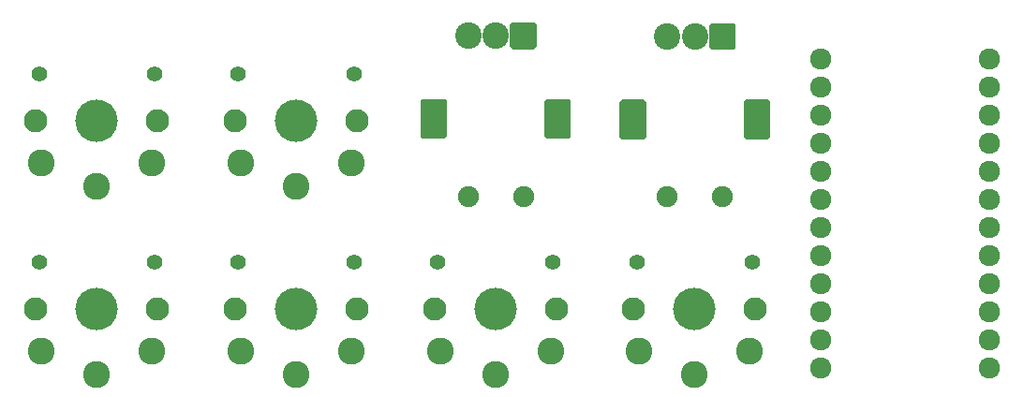
<source format=gbs>
G04 #@! TF.GenerationSoftware,KiCad,Pcbnew,(5.1.10-1-10_14)*
G04 #@! TF.CreationDate,2021-10-28T16:09:57+08:00*
G04 #@! TF.ProjectId,macro3,6d616372-6f33-42e6-9b69-6361645f7063,0.1*
G04 #@! TF.SameCoordinates,Original*
G04 #@! TF.FileFunction,Soldermask,Bot*
G04 #@! TF.FilePolarity,Negative*
%FSLAX46Y46*%
G04 Gerber Fmt 4.6, Leading zero omitted, Abs format (unit mm)*
G04 Created by KiCad (PCBNEW (5.1.10-1-10_14)) date 2021-10-28 16:09:57*
%MOMM*%
%LPD*%
G01*
G04 APERTURE LIST*
%ADD10C,1.900000*%
%ADD11C,2.400000*%
%ADD12C,1.390600*%
%ADD13C,2.432000*%
%ADD14C,3.829000*%
%ADD15C,2.101800*%
%ADD16C,1.924000*%
G04 APERTURE END LIST*
D10*
X72000000Y-77300000D03*
X77000000Y-77300000D03*
G36*
G01*
X67900000Y-68500000D02*
X69900000Y-68500000D01*
G75*
G02*
X70100000Y-68700000I0J-200000D01*
G01*
X70100000Y-71900000D01*
G75*
G02*
X69900000Y-72100000I-200000J0D01*
G01*
X67900000Y-72100000D01*
G75*
G02*
X67700000Y-71900000I0J200000D01*
G01*
X67700000Y-68700000D01*
G75*
G02*
X67900000Y-68500000I200000J0D01*
G01*
G37*
G36*
G01*
X79100000Y-68500000D02*
X81100000Y-68500000D01*
G75*
G02*
X81300000Y-68700000I0J-200000D01*
G01*
X81300000Y-71900000D01*
G75*
G02*
X81100000Y-72100000I-200000J0D01*
G01*
X79100000Y-72100000D01*
G75*
G02*
X78900000Y-71900000I0J200000D01*
G01*
X78900000Y-68700000D01*
G75*
G02*
X79100000Y-68500000I200000J0D01*
G01*
G37*
D11*
X72000000Y-62800000D03*
X74500000Y-62800000D03*
G36*
G01*
X76000000Y-61600000D02*
X78000000Y-61600000D01*
G75*
G02*
X78200000Y-61800000I0J-200000D01*
G01*
X78200000Y-63800000D01*
G75*
G02*
X78000000Y-64000000I-200000J0D01*
G01*
X76000000Y-64000000D01*
G75*
G02*
X75800000Y-63800000I0J200000D01*
G01*
X75800000Y-61800000D01*
G75*
G02*
X76000000Y-61600000I200000J0D01*
G01*
G37*
D12*
X33240000Y-83280000D03*
D13*
X43460000Y-91280000D03*
D14*
X38460000Y-87480000D03*
D13*
X33460000Y-91280000D03*
X38460000Y-93380000D03*
D12*
X43680000Y-83280000D03*
D15*
X43960000Y-87480000D03*
X32960000Y-87480000D03*
D12*
X33240000Y-66280000D03*
D13*
X43460000Y-74280000D03*
D14*
X38460000Y-70480000D03*
D13*
X33460000Y-74280000D03*
X38460000Y-76380000D03*
D12*
X43680000Y-66280000D03*
D15*
X43960000Y-70480000D03*
X32960000Y-70480000D03*
D16*
X119118600Y-64892000D03*
X119118600Y-67432000D03*
X119118600Y-69972000D03*
X119118600Y-72512000D03*
X119118600Y-75052000D03*
X119118600Y-77592000D03*
X119118600Y-80132000D03*
X119118600Y-82672000D03*
X119118600Y-85212000D03*
X119118600Y-87752000D03*
X119118600Y-90292000D03*
X119118600Y-92832000D03*
X103898600Y-92832000D03*
X103898600Y-90292000D03*
X103898600Y-87752000D03*
X103898600Y-85212000D03*
X103898600Y-82672000D03*
X103898600Y-80132000D03*
X103898600Y-77592000D03*
X103898600Y-75052000D03*
X103898600Y-72512000D03*
X103898600Y-69972000D03*
X103898600Y-67432000D03*
X103898600Y-64892000D03*
G36*
G01*
X94000000Y-61660000D02*
X96000000Y-61660000D01*
G75*
G02*
X96200000Y-61860000I0J-200000D01*
G01*
X96200000Y-63860000D01*
G75*
G02*
X96000000Y-64060000I-200000J0D01*
G01*
X94000000Y-64060000D01*
G75*
G02*
X93800000Y-63860000I0J200000D01*
G01*
X93800000Y-61860000D01*
G75*
G02*
X94000000Y-61660000I200000J0D01*
G01*
G37*
D11*
X92500000Y-62860000D03*
X90000000Y-62860000D03*
G36*
G01*
X97100000Y-68560000D02*
X99100000Y-68560000D01*
G75*
G02*
X99300000Y-68760000I0J-200000D01*
G01*
X99300000Y-71960000D01*
G75*
G02*
X99100000Y-72160000I-200000J0D01*
G01*
X97100000Y-72160000D01*
G75*
G02*
X96900000Y-71960000I0J200000D01*
G01*
X96900000Y-68760000D01*
G75*
G02*
X97100000Y-68560000I200000J0D01*
G01*
G37*
G36*
G01*
X85900000Y-68560000D02*
X87900000Y-68560000D01*
G75*
G02*
X88100000Y-68760000I0J-200000D01*
G01*
X88100000Y-71960000D01*
G75*
G02*
X87900000Y-72160000I-200000J0D01*
G01*
X85900000Y-72160000D01*
G75*
G02*
X85700000Y-71960000I0J200000D01*
G01*
X85700000Y-68760000D01*
G75*
G02*
X85900000Y-68560000I200000J0D01*
G01*
G37*
D10*
X95000000Y-77360000D03*
X90000000Y-77360000D03*
D15*
X50960000Y-70480000D03*
X61960000Y-70480000D03*
D12*
X61680000Y-66280000D03*
D13*
X56460000Y-76380000D03*
X51460000Y-74280000D03*
D14*
X56460000Y-70480000D03*
D13*
X61460000Y-74280000D03*
D12*
X51240000Y-66280000D03*
D15*
X86960000Y-87480000D03*
X97960000Y-87480000D03*
D12*
X97680000Y-83280000D03*
D13*
X92460000Y-93380000D03*
X87460000Y-91280000D03*
D14*
X92460000Y-87480000D03*
D13*
X97460000Y-91280000D03*
D12*
X87240000Y-83280000D03*
D15*
X68960000Y-87480000D03*
X79960000Y-87480000D03*
D12*
X79680000Y-83280000D03*
D13*
X74460000Y-93380000D03*
X69460000Y-91280000D03*
D14*
X74460000Y-87480000D03*
D13*
X79460000Y-91280000D03*
D12*
X69240000Y-83280000D03*
D15*
X50960000Y-87480000D03*
X61960000Y-87480000D03*
D12*
X61680000Y-83280000D03*
D13*
X56460000Y-93380000D03*
X51460000Y-91280000D03*
D14*
X56460000Y-87480000D03*
D13*
X61460000Y-91280000D03*
D12*
X51240000Y-83280000D03*
M02*

</source>
